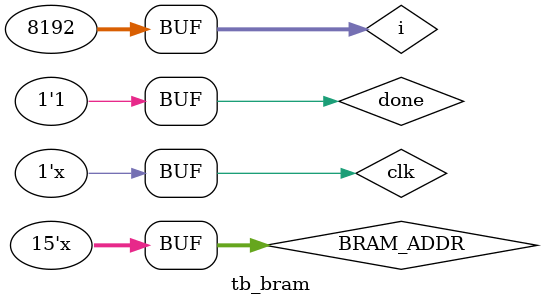
<source format=v>
`timescale 1ns / 1ps


module tb_bram();
  
  integer i;
  
  reg clk;
  reg [14:0] BRAM_ADDR;
  reg [14:0] BRAM_ADDR_delayed_1; // this is used for delay one clock cycle
  reg [14:0] BRAM_ADDR_delayed_2; // this is used for delay two clock cycle
  reg done;
  wire [31:0] BRAM_RDDATA;
  wire [31:0] BRAM_RDDUMMY; // it should return trash value.
  wire [31:0] BRAM_WRDUMMY;  // there is no use for this.

  initial begin
    clk <= 0;
    BRAM_ADDR <= {(15){1'b0}};
    for(i=0; i<8192;i=i+1) begin
        #10;
        BRAM_ADDR <= BRAM_ADDR + 3'b100;
    end
    #20;
    done <= 1'b1;
  end
  
  always #5 clk <= ~clk;
    
  always @ (posedge clk) begin
     BRAM_ADDR_delayed_1 <= BRAM_ADDR;
     BRAM_ADDR_delayed_2 <= BRAM_ADDR_delayed_1;    //delaying for two clock cycle.
  end
  
  my_bram # (15, "input.txt", "output1.txt") bram1 (
    .BRAM_ADDR(BRAM_ADDR),
    .BRAM_CLK(clk),
    .BRAM_WRDATA(BRAM_WRDUMMY),
    .BRAM_RDDATA(BRAM_RDDATA),
    .BRAM_EN(1'b1),
    .BRAM_RST(1'b0),
    .BRAM_WE(4'b0000),
    .done(done)
  );

 my_bram # (15, "", "output2.txt") bram2 (
    .BRAM_ADDR(BRAM_ADDR_delayed_2),
    .BRAM_CLK(clk),
    .BRAM_WRDATA(BRAM_RDDATA),
    .BRAM_RDDATA(BRAM_RDDUMMY),
    .BRAM_EN(1'b1),
    .BRAM_RST(1'b0),
    .BRAM_WE(4'b1111),
    .done(done)
  );
  

endmodule


</source>
